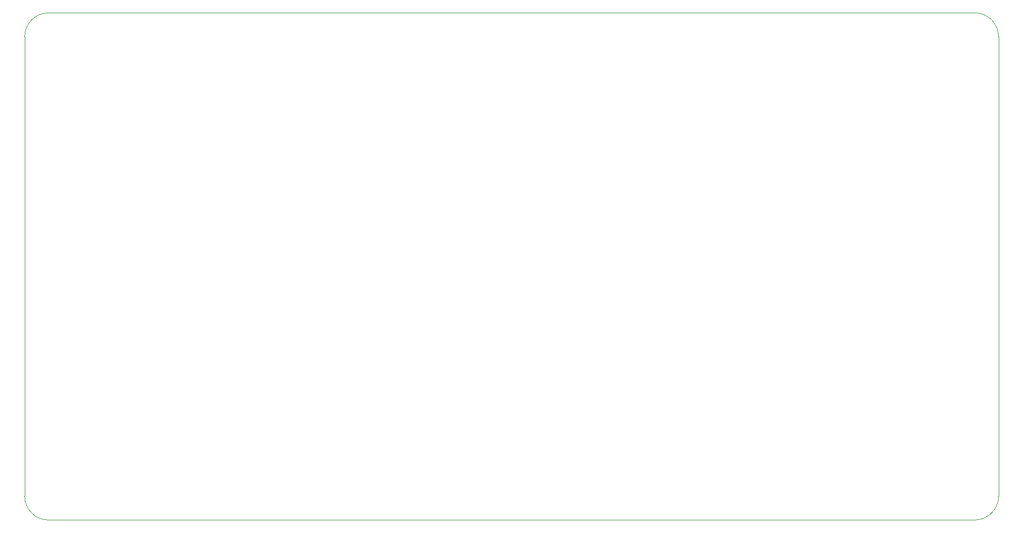
<source format=gm1>
G04 #@! TF.GenerationSoftware,KiCad,Pcbnew,7.0.8-7.0.8~ubuntu22.04.1*
G04 #@! TF.CreationDate,2023-11-11T15:44:52+10:00*
G04 #@! TF.ProjectId,MiniComputerBase,4d696e69-436f-46d7-9075-746572426173,rev?*
G04 #@! TF.SameCoordinates,Original*
G04 #@! TF.FileFunction,Profile,NP*
%FSLAX46Y46*%
G04 Gerber Fmt 4.6, Leading zero omitted, Abs format (unit mm)*
G04 Created by KiCad (PCBNEW 7.0.8-7.0.8~ubuntu22.04.1) date 2023-11-11 15:44:52*
%MOMM*%
%LPD*%
G01*
G04 APERTURE LIST*
G04 #@! TA.AperFunction,Profile*
%ADD10C,0.100000*%
G04 #@! TD*
G04 APERTURE END LIST*
D10*
X64770000Y-24130000D02*
X213360000Y-24130000D01*
X64770000Y-24130000D02*
G75*
G03*
X60960000Y-27940000I0J-3810000D01*
G01*
X60960000Y-101600000D02*
G75*
G03*
X64770000Y-105410000I3810000J0D01*
G01*
X217170000Y-27940000D02*
G75*
G03*
X213360000Y-24130000I-3810000J0D01*
G01*
X217170000Y-27940000D02*
X217170000Y-30480000D01*
X60960000Y-101600000D02*
X60960000Y-30480000D01*
X60960000Y-27940000D02*
X60960000Y-30480000D01*
X217170000Y-30480000D02*
X217170000Y-101600000D01*
X213360000Y-105410000D02*
X64770000Y-105410000D01*
X213360000Y-105410000D02*
G75*
G03*
X217170000Y-101600000I0J3810000D01*
G01*
M02*

</source>
